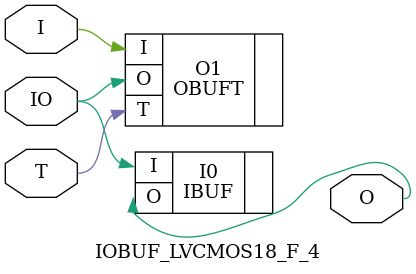
<source format=v>


`timescale  1 ps / 1 ps


module IOBUF_LVCMOS18_F_4 (O, IO, I, T);

    output O;

    inout  IO;

    input  I, T;

        OBUFT #(.IOSTANDARD("LVCMOS18"), .SLEW("FAST"), .DRIVE(4)) O1 (.O(IO), .I(I), .T(T)); 
	IBUF #(.IOSTANDARD("LVCMOS18"))  I0 (.O(O), .I(IO));
        

endmodule



</source>
